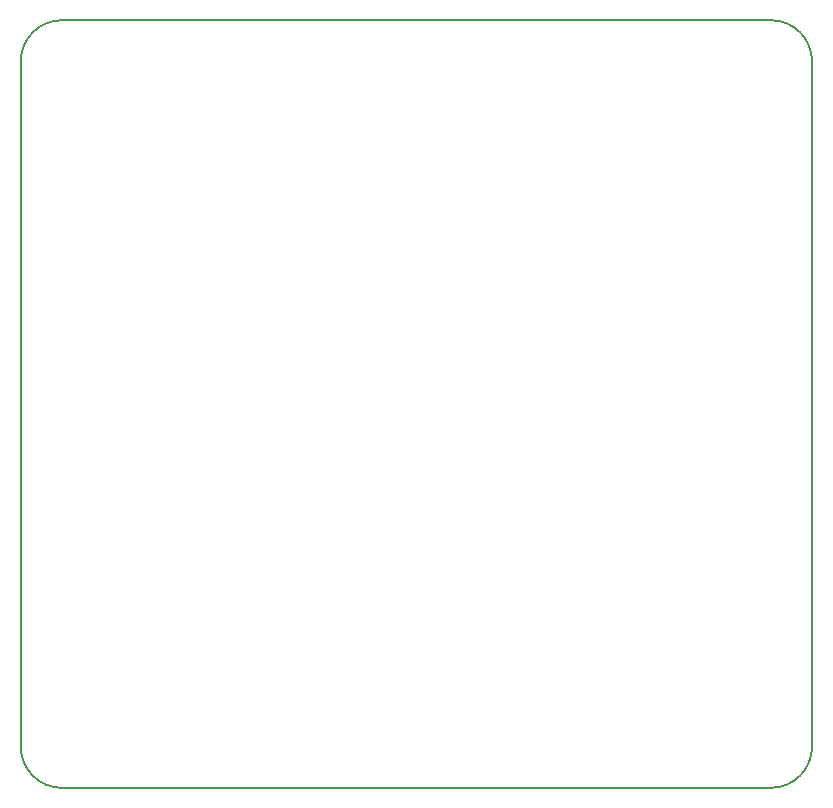
<source format=gbr>
G04 #@! TF.GenerationSoftware,KiCad,Pcbnew,(5.1.6)-1*
G04 #@! TF.CreationDate,2020-11-07T02:00:21+01:00*
G04 #@! TF.ProjectId,Mouse module 2,4d6f7573-6520-46d6-9f64-756c6520322e,rev?*
G04 #@! TF.SameCoordinates,Original*
G04 #@! TF.FileFunction,Profile,NP*
%FSLAX46Y46*%
G04 Gerber Fmt 4.6, Leading zero omitted, Abs format (unit mm)*
G04 Created by KiCad (PCBNEW (5.1.6)-1) date 2020-11-07 02:00:21*
%MOMM*%
%LPD*%
G01*
G04 APERTURE LIST*
G04 #@! TA.AperFunction,Profile*
%ADD10C,0.150000*%
G04 #@! TD*
G04 APERTURE END LIST*
D10*
X23500000Y-85000000D02*
G75*
G02*
X20000000Y-81500000I0J3500000D01*
G01*
X87000000Y-81500000D02*
G75*
G02*
X83500000Y-85000000I-3500000J0D01*
G01*
X20000000Y-23500000D02*
G75*
G02*
X23500000Y-20000000I3500000J0D01*
G01*
X83500000Y-20000000D02*
G75*
G02*
X87000000Y-23500000I0J-3500000D01*
G01*
X83500000Y-20000000D02*
X23500000Y-20000000D01*
X87000000Y-81500000D02*
X87000000Y-23500000D01*
X23500000Y-85000000D02*
X83500000Y-85000000D01*
X20000000Y-23500000D02*
X20000000Y-81500000D01*
M02*

</source>
